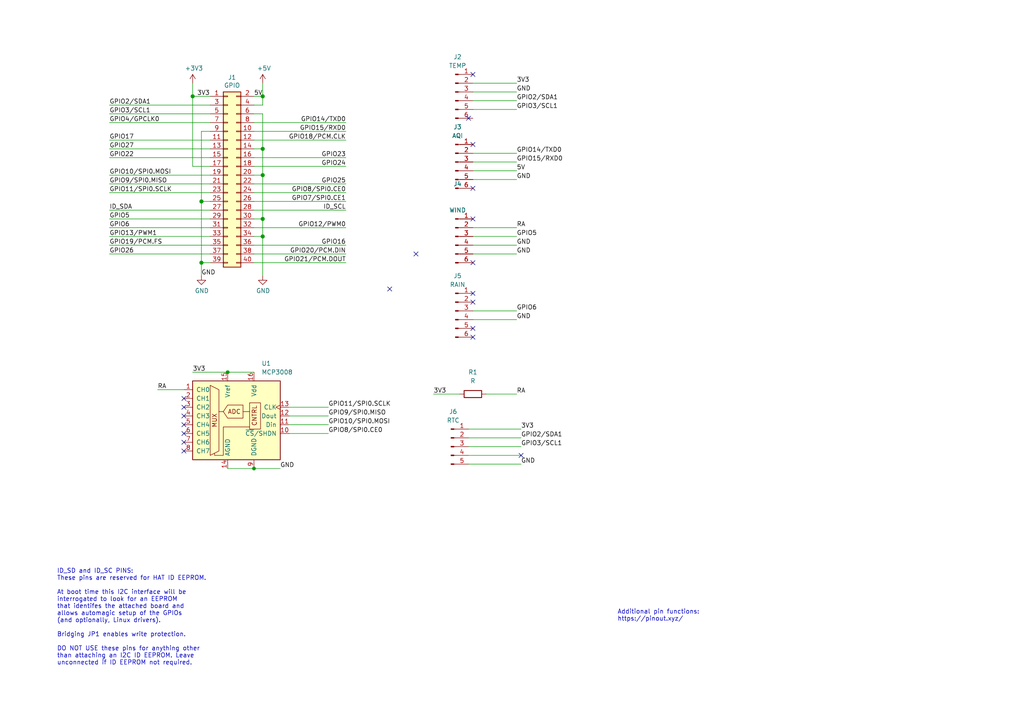
<source format=kicad_sch>
(kicad_sch (version 20230121) (generator eeschema)
  (paper "A4")
  (title_block (date "15 nov 2012"))
  (lib_symbols
    (symbol "Analog_ADC:MCP3008" (pin_names (offset 1.016))
      (property "Reference" "U" (at -5.08 13.335 0))
      (property "Value" "MCP3008" (at -5.08 11.43 0))
      (symbol "MCP3008_0_0"
        (text "ADC" (at -0.635 1.27 0) (effects (font (size 1.27 1.27))))
        (text "CNTRL" (at 5.969 -2.921 900) (effects (font (size 1.27 1.27)) (justify left bottom)))
        (text "MUX" (at -6.35 -1.27 900) (effects (font (size 1.27 1.27))))
      )
      (symbol "MCP3008_0_1"
        (polyline (pts (xy -3.81 1.27) (xy -5.08 1.27)))
        (polyline (pts (xy 1.905 1.27) (xy 3.81 1.27)))
        (polyline (pts (xy -7.62 8.89) (xy -7.62 -11.43) (xy -5.08 -10.16) (xy -5.08 7.62) (xy -7.62 8.89)))
        (polyline (pts (xy 3.81 -3.175) (xy -3.81 -3.175) (xy -3.81 -11.43) (xy -6.35 -11.43) (xy -6.35 -10.795)))
        (polyline (pts (xy 1.905 3.175) (xy 1.905 -0.635) (xy -2.54 -0.635) (xy -3.81 1.27) (xy -2.54 3.175) (xy 1.905 3.175)))
        (rectangle (start 3.81 -3.81) (end 6.985 3.81))
        (rectangle (start 12.7 -12.7) (end -12.7 10.16) (stroke (width 0.254)) (fill (type background)))
      )
      (symbol "MCP3008_1_1"
        (pin input line (at -15.24 7.62 0) (length 2.54) (name "CH0") (number "1"))
        (pin input line (at 15.24 -5.08 180) (length 2.54) (name "~{CS}/SHDN") (number "10"))
        (pin input line (at 15.24 -2.54 180) (length 2.54) (name "Din") (number "11"))
        (pin output line (at 15.24 0 180) (length 2.54) (name "Dout") (number "12"))
        (pin input clock (at 15.24 2.54 180) (length 2.54) (name "CLK") (number "13"))
        (pin power_in line (at -2.54 -15.24 90) (length 2.54) (name "AGND") (number "14"))
        (pin power_in line (at -2.54 12.7 270) (length 2.54) (name "Vref") (number "15"))
        (pin power_in line (at 5.08 12.7 270) (length 2.54) (name "Vdd") (number "16"))
        (pin input line (at -15.24 5.08 0) (length 2.54) (name "CH1") (number "2"))
        (pin input line (at -15.24 2.54 0) (length 2.54) (name "CH2") (number "3"))
        (pin input line (at -15.24 0 0) (length 2.54) (name "CH3") (number "4"))
        (pin input line (at -15.24 -2.54 0) (length 2.54) (name "CH4") (number "5"))
        (pin input line (at -15.24 -5.08 0) (length 2.54) (name "CH5") (number "6"))
        (pin input line (at -15.24 -7.62 0) (length 2.54) (name "CH6") (number "7"))
        (pin input line (at -15.24 -10.16 0) (length 2.54) (name "CH7") (number "8"))
        (pin power_in line (at 5.08 -15.24 90) (length 2.54) (name "DGND") (number "9"))
      )
    )
    (symbol "Connector:Conn_01x05_Pin" (pin_names (offset 1.016) hide)
      (property "Reference" "J" (at 0 7.62 0))
      (property "Value" "Conn_01x05_Pin" (at 0 -7.62 0))
      (symbol "Conn_01x05_Pin_1_1"
        (polyline (pts (xy 1.27 -5.08) (xy 0.8636 -5.08)) (stroke (width 0.1524)))
        (polyline (pts (xy 1.27 -2.54) (xy 0.8636 -2.54)) (stroke (width 0.1524)))
        (polyline (pts (xy 1.27 0) (xy 0.8636 0)) (stroke (width 0.1524)))
        (polyline (pts (xy 1.27 2.54) (xy 0.8636 2.54)) (stroke (width 0.1524)))
        (polyline (pts (xy 1.27 5.08) (xy 0.8636 5.08)) (stroke (width 0.1524)))
        (rectangle (start 0.8636 -4.953) (end 0 -5.207) (stroke (width 0.1524)) (fill (type outline)))
        (rectangle (start 0.8636 -2.413) (end 0 -2.667) (stroke (width 0.1524)) (fill (type outline)))
        (rectangle (start 0.8636 0.127) (end 0 -0.127) (stroke (width 0.1524)) (fill (type outline)))
        (rectangle (start 0.8636 2.667) (end 0 2.413) (stroke (width 0.1524)) (fill (type outline)))
        (rectangle (start 0.8636 5.207) (end 0 4.953) (stroke (width 0.1524)) (fill (type outline)))
        (pin passive line (at 5.08 5.08 180) (length 3.81) (name "Pin_1") (number "1"))
        (pin passive line (at 5.08 2.54 180) (length 3.81) (name "Pin_2") (number "2"))
        (pin passive line (at 5.08 0 180) (length 3.81) (name "Pin_3") (number "3"))
        (pin passive line (at 5.08 -2.54 180) (length 3.81) (name "Pin_4") (number "4"))
        (pin passive line (at 5.08 -5.08 180) (length 3.81) (name "Pin_5") (number "5"))
      )
    )
    (symbol "Connector:Conn_01x06_Pin" (pin_names (offset 1.016) hide)
      (property "Reference" "J" (at 0 7.62 0))
      (property "Value" "Conn_01x06_Pin" (at 0 -10.16 0))
      (symbol "Conn_01x06_Pin_1_1"
        (polyline (pts (xy 1.27 -7.62) (xy 0.8636 -7.62)) (stroke (width 0.1524)))
        (polyline (pts (xy 1.27 -5.08) (xy 0.8636 -5.08)) (stroke (width 0.1524)))
        (polyline (pts (xy 1.27 -2.54) (xy 0.8636 -2.54)) (stroke (width 0.1524)))
        (polyline (pts (xy 1.27 0) (xy 0.8636 0)) (stroke (width 0.1524)))
        (polyline (pts (xy 1.27 2.54) (xy 0.8636 2.54)) (stroke (width 0.1524)))
        (polyline (pts (xy 1.27 5.08) (xy 0.8636 5.08)) (stroke (width 0.1524)))
        (rectangle (start 0.8636 -7.493) (end 0 -7.747) (stroke (width 0.1524)) (fill (type outline)))
        (rectangle (start 0.8636 -4.953) (end 0 -5.207) (stroke (width 0.1524)) (fill (type outline)))
        (rectangle (start 0.8636 -2.413) (end 0 -2.667) (stroke (width 0.1524)) (fill (type outline)))
        (rectangle (start 0.8636 0.127) (end 0 -0.127) (stroke (width 0.1524)) (fill (type outline)))
        (rectangle (start 0.8636 2.667) (end 0 2.413) (stroke (width 0.1524)) (fill (type outline)))
        (rectangle (start 0.8636 5.207) (end 0 4.953) (stroke (width 0.1524)) (fill (type outline)))
        (pin passive line (at 5.08 5.08 180) (length 3.81) (name "Pin_1") (number "1"))
        (pin passive line (at 5.08 2.54 180) (length 3.81) (name "Pin_2") (number "2"))
        (pin passive line (at 5.08 0 180) (length 3.81) (name "Pin_3") (number "3"))
        (pin passive line (at 5.08 -2.54 180) (length 3.81) (name "Pin_4") (number "4"))
        (pin passive line (at 5.08 -5.08 180) (length 3.81) (name "Pin_5") (number "5"))
        (pin passive line (at 5.08 -7.62 180) (length 3.81) (name "Pin_6") (number "6"))
      )
    )
    (symbol "Connector_Generic:Conn_02x20_Odd_Even" (pin_names (offset 1.016) hide)
      (property "Reference" "J" (at 1.27 25.4 0))
      (property "Value" "Conn_02x20_Odd_Even" (at 1.27 -27.94 0))
      (symbol "Conn_02x20_Odd_Even_1_1"
        (rectangle (start -1.27 -25.273) (end 0 -25.527) (stroke (width 0.1524)))
        (rectangle (start -1.27 -22.733) (end 0 -22.987) (stroke (width 0.1524)))
        (rectangle (start -1.27 -20.193) (end 0 -20.447) (stroke (width 0.1524)))
        (rectangle (start -1.27 -17.653) (end 0 -17.907) (stroke (width 0.1524)))
        (rectangle (start -1.27 -15.113) (end 0 -15.367) (stroke (width 0.1524)))
        (rectangle (start -1.27 -12.573) (end 0 -12.827) (stroke (width 0.1524)))
        (rectangle (start -1.27 -10.033) (end 0 -10.287) (stroke (width 0.1524)))
        (rectangle (start -1.27 -7.493) (end 0 -7.747) (stroke (width 0.1524)))
        (rectangle (start -1.27 -4.953) (end 0 -5.207) (stroke (width 0.1524)))
        (rectangle (start -1.27 -2.413) (end 0 -2.667) (stroke (width 0.1524)))
        (rectangle (start -1.27 0.127) (end 0 -0.127) (stroke (width 0.1524)))
        (rectangle (start -1.27 2.667) (end 0 2.413) (stroke (width 0.1524)))
        (rectangle (start -1.27 5.207) (end 0 4.953) (stroke (width 0.1524)))
        (rectangle (start -1.27 7.747) (end 0 7.493) (stroke (width 0.1524)))
        (rectangle (start -1.27 10.287) (end 0 10.033) (stroke (width 0.1524)))
        (rectangle (start -1.27 12.827) (end 0 12.573) (stroke (width 0.1524)))
        (rectangle (start -1.27 15.367) (end 0 15.113) (stroke (width 0.1524)))
        (rectangle (start -1.27 17.907) (end 0 17.653) (stroke (width 0.1524)))
        (rectangle (start -1.27 20.447) (end 0 20.193) (stroke (width 0.1524)))
        (rectangle (start -1.27 22.987) (end 0 22.733) (stroke (width 0.1524)))
        (rectangle (start -1.27 24.13) (end 3.81 -26.67) (stroke (width 0.254)) (fill (type background)))
        (rectangle (start 3.81 -25.273) (end 2.54 -25.527) (stroke (width 0.1524)))
        (rectangle (start 3.81 -22.733) (end 2.54 -22.987) (stroke (width 0.1524)))
        (rectangle (start 3.81 -20.193) (end 2.54 -20.447) (stroke (width 0.1524)))
        (rectangle (start 3.81 -17.653) (end 2.54 -17.907) (stroke (width 0.1524)))
        (rectangle (start 3.81 -15.113) (end 2.54 -15.367) (stroke (width 0.1524)))
        (rectangle (start 3.81 -12.573) (end 2.54 -12.827) (stroke (width 0.1524)))
        (rectangle (start 3.81 -10.033) (end 2.54 -10.287) (stroke (width 0.1524)))
        (rectangle (start 3.81 -7.493) (end 2.54 -7.747) (stroke (width 0.1524)))
        (rectangle (start 3.81 -4.953) (end 2.54 -5.207) (stroke (width 0.1524)))
        (rectangle (start 3.81 -2.413) (end 2.54 -2.667) (stroke (width 0.1524)))
        (rectangle (start 3.81 0.127) (end 2.54 -0.127) (stroke (width 0.1524)))
        (rectangle (start 3.81 2.667) (end 2.54 2.413) (stroke (width 0.1524)))
        (rectangle (start 3.81 5.207) (end 2.54 4.953) (stroke (width 0.1524)))
        (rectangle (start 3.81 7.747) (end 2.54 7.493) (stroke (width 0.1524)))
        (rectangle (start 3.81 10.287) (end 2.54 10.033) (stroke (width 0.1524)))
        (rectangle (start 3.81 12.827) (end 2.54 12.573) (stroke (width 0.1524)))
        (rectangle (start 3.81 15.367) (end 2.54 15.113) (stroke (width 0.1524)))
        (rectangle (start 3.81 17.907) (end 2.54 17.653) (stroke (width 0.1524)))
        (rectangle (start 3.81 20.447) (end 2.54 20.193) (stroke (width 0.1524)))
        (rectangle (start 3.81 22.987) (end 2.54 22.733) (stroke (width 0.1524)))
        (pin passive line (at -5.08 22.86 0) (length 3.81) (name "Pin_1") (number "1"))
        (pin passive line (at 7.62 12.7 180) (length 3.81) (name "Pin_10") (number "10"))
        (pin passive line (at -5.08 10.16 0) (length 3.81) (name "Pin_11") (number "11"))
        (pin passive line (at 7.62 10.16 180) (length 3.81) (name "Pin_12") (number "12"))
        (pin passive line (at -5.08 7.62 0) (length 3.81) (name "Pin_13") (number "13"))
        (pin passive line (at 7.62 7.62 180) (length 3.81) (name "Pin_14") (number "14"))
        (pin passive line (at -5.08 5.08 0) (length 3.81) (name "Pin_15") (number "15"))
        (pin passive line (at 7.62 5.08 180) (length 3.81) (name "Pin_16") (number "16"))
        (pin passive line (at -5.08 2.54 0) (length 3.81) (name "Pin_17") (number "17"))
        (pin passive line (at 7.62 2.54 180) (length 3.81) (name "Pin_18") (number "18"))
        (pin passive line (at -5.08 0 0) (length 3.81) (name "Pin_19") (number "19"))
        (pin passive line (at 7.62 22.86 180) (length 3.81) (name "Pin_2") (number "2"))
        (pin passive line (at 7.62 0 180) (length 3.81) (name "Pin_20") (number "20"))
        (pin passive line (at -5.08 -2.54 0) (length 3.81) (name "Pin_21") (number "21"))
        (pin passive line (at 7.62 -2.54 180) (length 3.81) (name "Pin_22") (number "22"))
        (pin passive line (at -5.08 -5.08 0) (length 3.81) (name "Pin_23") (number "23"))
        (pin passive line (at 7.62 -5.08 180) (length 3.81) (name "Pin_24") (number "24"))
        (pin passive line (at -5.08 -7.62 0) (length 3.81) (name "Pin_25") (number "25"))
        (pin passive line (at 7.62 -7.62 180) (length 3.81) (name "Pin_26") (number "26"))
        (pin passive line (at -5.08 -10.16 0) (length 3.81) (name "Pin_27") (number "27"))
        (pin passive line (at 7.62 -10.16 180) (length 3.81) (name "Pin_28") (number "28"))
        (pin passive line (at -5.08 -12.7 0) (length 3.81) (name "Pin_29") (number "29"))
        (pin passive line (at -5.08 20.32 0) (length 3.81) (name "Pin_3") (number "3"))
        (pin passive line (at 7.62 -12.7 180) (length 3.81) (name "Pin_30") (number "30"))
        (pin passive line (at -5.08 -15.24 0) (length 3.81) (name "Pin_31") (number "31"))
        (pin passive line (at 7.62 -15.24 180) (length 3.81) (name "Pin_32") (number "32"))
        (pin passive line (at -5.08 -17.78 0) (length 3.81) (name "Pin_33") (number "33"))
        (pin passive line (at 7.62 -17.78 180) (length 3.81) (name "Pin_34") (number "34"))
        (pin passive line (at -5.08 -20.32 0) (length 3.81) (name "Pin_35") (number "35"))
        (pin passive line (at 7.62 -20.32 180) (length 3.81) (name "Pin_36") (number "36"))
        (pin passive line (at -5.08 -22.86 0) (length 3.81) (name "Pin_37") (number "37"))
        (pin passive line (at 7.62 -22.86 180) (length 3.81) (name "Pin_38") (number "38"))
        (pin passive line (at -5.08 -25.4 0) (length 3.81) (name "Pin_39") (number "39"))
        (pin passive line (at 7.62 20.32 180) (length 3.81) (name "Pin_4") (number "4"))
        (pin passive line (at 7.62 -25.4 180) (length 3.81) (name "Pin_40") (number "40"))
        (pin passive line (at -5.08 17.78 0) (length 3.81) (name "Pin_5") (number "5"))
        (pin passive line (at 7.62 17.78 180) (length 3.81) (name "Pin_6") (number "6"))
        (pin passive line (at -5.08 15.24 0) (length 3.81) (name "Pin_7") (number "7"))
        (pin passive line (at 7.62 15.24 180) (length 3.81) (name "Pin_8") (number "8"))
        (pin passive line (at -5.08 12.7 0) (length 3.81) (name "Pin_9") (number "9"))
      )
    )
    (symbol "Device:R" (pin_numbers hide) (pin_names (offset 0))
      (property "Reference" "R" (at 2.032 0 90))
      (property "Value" "R" (at 0 0 90))
      (symbol "R_0_1"
        (rectangle (start -1.016 -2.54) (end 1.016 2.54) (stroke (width 0.254)))
      )
      (symbol "R_1_1"
        (pin passive line (at 0 3.81 270) (length 1.27) (name "~") (number "1"))
        (pin passive line (at 0 -3.81 90) (length 1.27) (name "~") (number "2"))
      )
    )
    (symbol "power:+3.3V" (power) (pin_names (offset 0))
      (property "Value" "+3.3V" (at 0 3.556 0))
      (symbol "+3.3V_0_1"
        (polyline (pts (xy -0.762 1.27) (xy 0 2.54)))
        (polyline (pts (xy 0 0) (xy 0 2.54)))
        (polyline (pts (xy 0 2.54) (xy 0.762 1.27)))
      )
      (symbol "+3.3V_1_1"
        (pin power_in line (at 0 0 90) (length 0) hide (name "+3V3") (number "1"))
      )
    )
    (symbol "power:+5V" (power) (pin_names (offset 0))
      (property "Value" "+5V" (at 0 3.556 0))
      (symbol "+5V_0_1"
        (polyline (pts (xy -0.762 1.27) (xy 0 2.54)))
        (polyline (pts (xy 0 0) (xy 0 2.54)))
        (polyline (pts (xy 0 2.54) (xy 0.762 1.27)))
      )
      (symbol "+5V_1_1"
        (pin power_in line (at 0 0 90) (length 0) hide (name "+5V") (number "1"))
      )
    )
    (symbol "power:GND" (power) (pin_names (offset 0))
      (property "Value" "GND" (at 0 -3.81 0))
      (symbol "GND_0_1"
        (polyline (pts (xy 0 0) (xy 0 -1.27) (xy 1.27 -1.27) (xy 0 -2.54) (xy -1.27 -1.27) (xy 0 -1.27)))
      )
      (symbol "GND_1_1"
        (pin power_in line (at 0 0 270) (length 0) hide (name "GND") (number "1"))
      )
    )
  )
  (junction (at 76.2 27.94) (diameter 1.016))
  (junction (at 73.66 135.89))
  (junction (at 76.2 43.18) (diameter 1.016))
  (junction (at 58.42 76.2) (diameter 1.016))
  (junction (at 58.42 58.42) (diameter 1.016))
  (junction (at 66.04 107.95))
  (junction (at 76.2 68.58) (diameter 1.016))
  (junction (at 76.2 63.5) (diameter 1.016))
  (junction (at 76.2 50.8) (diameter 1.016))
  (junction (at 55.88 27.94) (diameter 1.016))
  (no_connect (at 53.34 123.19))
  (no_connect (at 106.68 -10.16))
  (no_connect (at 135.89 34.29))
  (no_connect (at 137.16 87.63))
  (no_connect (at 53.34 130.81))
  (no_connect (at 137.16 63.5))
  (no_connect (at 137.16 95.25))
  (no_connect (at 53.34 118.11))
  (no_connect (at 53.34 125.73))
  (no_connect (at 53.34 120.65))
  (no_connect (at 137.16 54.61))
  (no_connect (at 137.16 97.79))
  (no_connect (at 151.13 132.08))
  (no_connect (at 137.16 41.91))
  (no_connect (at 120.65 73.66))
  (no_connect (at 53.34 115.57))
  (no_connect (at 137.16 21.59))
  (no_connect (at 137.16 76.2))
  (no_connect (at 137.16 85.09))
  (no_connect (at 113.03 83.82))
  (no_connect (at 53.34 128.27))
  (wire (pts (xy 73.66 58.42) (xy 100.33 58.42)))
  (wire (pts (xy 137.16 24.13) (xy 149.86 24.13)))
  (wire (pts (xy 60.96 40.64) (xy 31.75 40.64)))
  (wire (pts (xy 58.42 58.42) (xy 58.42 38.1)))
  (wire (pts (xy 76.2 33.02) (xy 76.2 43.18)))
  (wire (pts (xy 76.2 50.8) (xy 73.66 50.8)))
  (wire (pts (xy 137.16 52.07) (xy 149.86 52.07)))
  (wire (pts (xy 58.42 76.2) (xy 58.42 58.42)))
  (wire (pts (xy 76.2 63.5) (xy 76.2 68.58)))
  (wire (pts (xy 135.89 124.46) (xy 151.13 124.46)))
  (wire (pts (xy 137.16 29.21) (xy 149.86 29.21)))
  (wire (pts (xy 137.16 31.75) (xy 149.86 31.75)))
  (wire (pts (xy 76.2 50.8) (xy 76.2 63.5)))
  (wire (pts (xy 137.16 49.53) (xy 149.86 49.53)))
  (wire (pts (xy 73.66 35.56) (xy 100.33 35.56)))
  (wire (pts (xy 137.16 92.71) (xy 149.86 92.71)))
  (wire (pts (xy 125.73 114.3) (xy 133.35 114.3)))
  (wire (pts (xy 73.66 55.88) (xy 100.33 55.88)))
  (wire (pts (xy 60.96 60.96) (xy 31.75 60.96)))
  (wire (pts (xy 31.75 63.5) (xy 60.96 63.5)))
  (wire (pts (xy 135.89 132.08) (xy 151.13 132.08)))
  (wire (pts (xy 140.97 114.3) (xy 149.86 114.3)))
  (wire (pts (xy 135.89 129.54) (xy 151.13 129.54)))
  (wire (pts (xy 137.16 73.66) (xy 149.86 73.66)))
  (wire (pts (xy 73.66 45.72) (xy 100.33 45.72)))
  (wire (pts (xy 137.16 66.04) (xy 149.86 66.04)))
  (wire (pts (xy 73.66 76.2) (xy 100.33 76.2)))
  (wire (pts (xy 31.75 43.18) (xy 60.96 43.18)))
  (wire (pts (xy 55.88 24.13) (xy 55.88 27.94)))
  (wire (pts (xy 58.42 58.42) (xy 60.96 58.42)))
  (wire (pts (xy 135.89 134.62) (xy 151.13 134.62)))
  (wire (pts (xy 135.89 127) (xy 151.13 127)))
  (wire (pts (xy 55.88 107.95) (xy 66.04 107.95)))
  (wire (pts (xy 83.82 118.11) (xy 95.25 118.11)))
  (wire (pts (xy 76.2 68.58) (xy 73.66 68.58)))
  (wire (pts (xy 31.75 33.02) (xy 60.96 33.02)))
  (wire (pts (xy 31.75 55.88) (xy 60.96 55.88)))
  (wire (pts (xy 55.88 48.26) (xy 60.96 48.26)))
  (wire (pts (xy 83.82 120.65) (xy 95.25 120.65)))
  (wire (pts (xy 60.96 30.48) (xy 31.75 30.48)))
  (wire (pts (xy 76.2 27.94) (xy 76.2 30.48)))
  (wire (pts (xy 76.2 43.18) (xy 76.2 50.8)))
  (wire (pts (xy 73.66 40.64) (xy 100.33 40.64)))
  (wire (pts (xy 76.2 43.18) (xy 73.66 43.18)))
  (wire (pts (xy 76.2 24.13) (xy 76.2 27.94)))
  (wire (pts (xy 83.82 125.73) (xy 95.25 125.73)))
  (wire (pts (xy 31.75 35.56) (xy 60.96 35.56)))
  (wire (pts (xy 137.16 26.67) (xy 149.86 26.67)))
  (wire (pts (xy 137.16 46.99) (xy 149.86 46.99)))
  (wire (pts (xy 76.2 27.94) (xy 73.66 27.94)))
  (wire (pts (xy 55.88 27.94) (xy 55.88 48.26)))
  (wire (pts (xy 73.66 48.26) (xy 100.33 48.26)))
  (wire (pts (xy 73.66 38.1) (xy 100.33 38.1)))
  (wire (pts (xy 31.75 45.72) (xy 60.96 45.72)))
  (wire (pts (xy 31.75 53.34) (xy 60.96 53.34)))
  (wire (pts (xy 83.82 123.19) (xy 95.25 123.19)))
  (wire (pts (xy 31.75 66.04) (xy 60.96 66.04)))
  (wire (pts (xy 76.2 30.48) (xy 73.66 30.48)))
  (wire (pts (xy 31.75 71.12) (xy 60.96 71.12)))
  (wire (pts (xy 73.66 71.12) (xy 100.33 71.12)))
  (wire (pts (xy 73.66 66.04) (xy 100.33 66.04)))
  (wire (pts (xy 58.42 76.2) (xy 60.96 76.2)))
  (wire (pts (xy 73.66 73.66) (xy 100.33 73.66)))
  (wire (pts (xy 76.2 33.02) (xy 73.66 33.02)))
  (wire (pts (xy 31.75 73.66) (xy 60.96 73.66)))
  (wire (pts (xy 66.04 107.95) (xy 73.66 107.95)))
  (wire (pts (xy 58.42 38.1) (xy 60.96 38.1)))
  (wire (pts (xy 76.2 68.58) (xy 76.2 80.01)))
  (wire (pts (xy 73.66 53.34) (xy 100.33 53.34)))
  (wire (pts (xy 60.96 68.58) (xy 31.75 68.58)))
  (wire (pts (xy 45.72 113.03) (xy 53.34 113.03)))
  (wire (pts (xy 137.16 68.58) (xy 149.86 68.58)))
  (wire (pts (xy 76.2 63.5) (xy 73.66 63.5)))
  (wire (pts (xy 137.16 71.12) (xy 149.86 71.12)))
  (wire (pts (xy 73.66 135.89) (xy 81.28 135.89)))
  (wire (pts (xy 55.88 27.94) (xy 60.96 27.94)))
  (wire (pts (xy 66.04 135.89) (xy 73.66 135.89)))
  (wire (pts (xy 137.16 44.45) (xy 149.86 44.45)))
  (wire (pts (xy 58.42 80.01) (xy 58.42 76.2)))
  (wire (pts (xy 60.96 50.8) (xy 31.75 50.8)))
  (wire (pts (xy 73.66 60.96) (xy 100.33 60.96)))
  (wire (pts (xy 137.16 90.17) (xy 149.86 90.17)))
  (text "Additional pin functions:\nhttps://pinout.xyz/" (at 179.07 180.34 0) (effects (font (size 1.27 1.27)) (justify left bottom)))
  (text "ID_SD and ID_SC PINS:\nThese pins are reserved for HAT ID EEPROM.\n\nAt boot time this I2C interface will be\ninterrogated to look for an EEPROM\nthat identifes the attached board and\nallows automagic setup of the GPIOs\n(and optionally, Linux drivers).\n\nBridging JP1 enables write protection.\n\nDO NOT USE these pins for anything other\nthan attaching an I2C ID EEPROM. Leave\nunconnected if ID EEPROM not required." (at 16.51 193.04 0) (effects (font (size 1.27 1.27)) (justify left bottom)))
  (label "GND" (at 149.86 73.66 0))
  (label "ID_SDA" (at 31.75 60.96 0))
  (label "GPIO6" (at 31.75 66.04 0))
  (label "GPIO10{slash}SPI0.MOSI" (at 95.25 123.19 0))
  (label "GPIO3{slash}SCL1" (at 149.86 31.75 0))
  (label "GND" (at 151.13 134.62 0))
  (label "GND" (at 149.86 92.71 0))
  (label "ID_SCL" (at 100.33 60.96 180))
  (label "GPIO5" (at 31.75 63.5 0))
  (label "5V" (at 73.66 27.94 0))
  (label "3V3" (at 151.13 124.46 0))
  (label "GPIO21{slash}PCM.DOUT" (at 100.33 76.2 180))
  (label "GPIO19{slash}PCM.FS" (at 31.75 71.12 0))
  (label "GPIO10{slash}SPI0.MOSI" (at 31.75 50.8 0))
  (label "GPIO9{slash}SPI0.MISO" (at 31.75 53.34 0))
  (label "GPIO2{slash}SDA1" (at 149.86 29.21 0))
  (label "GPIO23" (at 100.33 45.72 180))
  (label "3V3" (at 57.15 27.94 0))
  (label "GPIO4{slash}GPCLK0" (at 31.75 35.56 0))
  (label "GND" (at 149.86 26.67 0))
  (label "GPIO27" (at 31.75 43.18 0))
  (label "5V" (at 149.86 49.53 0))
  (label "GPIO26" (at 31.75 73.66 0))
  (label "GPIO14{slash}TXD0" (at 100.33 35.56 180))
  (label "GPIO8{slash}SPI0.CE0" (at 100.33 55.88 180))
  (label "GPIO15{slash}RXD0" (at 100.33 38.1 180))
  (label "RA" (at 45.72 113.03 0))
  (label "GPIO16" (at 100.33 71.12 180))
  (label "GPIO2{slash}SDA1" (at 151.13 127 0))
  (label "GPIO15{slash}RXD0" (at 149.86 46.99 0))
  (label "GPIO22" (at 31.75 45.72 0))
  (label "GND" (at 58.42 80.01 0))
  (label "RA" (at 149.86 114.3 0))
  (label "GND" (at 81.28 135.89 0))
  (label "GPIO2{slash}SDA1" (at 31.75 30.48 0))
  (label "GPIO17" (at 31.75 40.64 0))
  (label "GPIO25" (at 100.33 53.34 180))
  (label "3V3" (at 55.88 107.95 0))
  (label "3V3" (at 125.73 114.3 0))
  (label "GPIO3{slash}SCL1" (at 31.75 33.02 0))
  (label "GPIO18{slash}PCM.CLK" (at 100.33 40.64 180))
  (label "GPIO3{slash}SCL1" (at 151.13 129.54 0))
  (label "GND" (at 149.86 71.12 0))
  (label "GPIO12{slash}PWM0" (at 100.33 66.04 180))
  (label "GPIO13{slash}PWM1" (at 31.75 68.58 0))
  (label "GPIO20{slash}PCM.DIN" (at 100.33 73.66 180))
  (label "GPIO24" (at 100.33 48.26 180))
  (label "GPIO9{slash}SPI0.MISO" (at 95.25 120.65 0))
  (label "GPIO7{slash}SPI0.CE1" (at 100.33 58.42 180))
  (label "GPIO5" (at 149.86 68.58 0))
  (label "GPIO8{slash}SPI0.CE0" (at 95.25 125.73 0))
  (label "GND" (at 149.86 52.07 0))
  (label "3V3" (at 149.86 24.13 0))
  (label "GPIO6" (at 149.86 90.17 0))
  (label "RA" (at 149.86 66.04 0))
  (label "GPIO14{slash}TXD0" (at 149.86 44.45 0))
  (label "GPIO11{slash}SPI0.SCLK" (at 31.75 55.88 0))
  (label "GPIO11{slash}SPI0.SCLK" (at 95.25 118.11 0))
  (symbol (lib_id "power:+5V") (at 76.2 24.13 0) (unit 1)
    (property "Reference" "#PWR01" (effects hide))
    (property "Value" "+5V" (at 76.5683 19.8056 0))
  )
  (symbol (lib_id "power:+3.3V") (at 55.88 24.13 0) (unit 1)
    (property "Reference" "#PWR04" (effects hide))
    (property "Value" "+3.3V" (at 56.2483 19.8056 0))
  )
  (symbol (lib_id "power:GND") (at 76.2 80.01 0) (unit 1)
    (property "Reference" "#PWR02" (effects hide))
    (property "Value" "GND" (at 76.3143 84.3344 0))
  )
  (symbol (lib_id "power:GND") (at 58.42 80.01 0) (unit 1)
    (property "Reference" "#PWR03" (effects hide))
    (property "Value" "GND" (at 58.5343 84.3344 0))
  )
  (symbol (lib_id "Connector_Generic:Conn_02x20_Odd_Even") (at 66.04 50.8 0) (unit 1)
    (property "Reference" "J1" (at 67.31 22.4598 0))
    (property "Value" "GPIO" (at 67.31 24.765 0))
    (property "Footprint" "Connector_PinSocket_2.54mm:PinSocket_2x20_P2.54mm_Vertical_SMD" (effects hide))
  )
  (symbol (lib_id "Analog_ADC:MCP3008") (at 68.58 120.65 0) (unit 1)
    (property "Reference" "U1" (at 75.8541 105.41 0) (effects (justify left)))
    (property "Value" "MCP3008" (at 75.8541 107.95 0) (effects (justify left)))
    (property "Footprint" "Package_SO:SOIC-16_3.9x9.9mm_P1.27mm" (effects hide))
    (property "Datasheet" "http://ww1.microchip.com/downloads/en/DeviceDoc/21295d.pdf" (effects hide))
  )
  (symbol (lib_id "Connector:Conn_01x06_Pin") (at 132.08 26.67 0) (unit 1)
    (property "Reference" "J2" (at 132.715 16.51 0))
    (property "Value" "TEMP" (at 132.715 19.05 0))
    (property "Footprint" "indian-rj11-pcb-through-hole-2.54:RJ11-6-IND" (effects hide))
  )
  (symbol (lib_id "Connector:Conn_01x06_Pin") (at 132.08 90.17 0) (unit 1)
    (property "Reference" "J5" (at 132.715 80.01 0))
    (property "Value" "RAIN" (at 132.715 82.55 0))
    (property "Footprint" "indian-rj11-pcb-through-hole-2.54:RJ11-6-IND" (effects hide))
  )
  (symbol (lib_id "Connector:Conn_01x06_Pin") (at 132.08 46.99 0) (unit 1)
    (property "Reference" "J3" (at 132.715 36.83 0))
    (property "Value" "AQI" (at 132.715 39.37 0))
    (property "Footprint" "indian-rj11-pcb-through-hole-2.54:RJ11-6-IND" (effects hide))
  )
  (symbol (lib_id "Connector:Conn_01x05_Pin") (at 130.81 129.54 0) (unit 1)
    (property "Reference" "J6" (at 131.445 119.38 0))
    (property "Value" "RTC" (at 131.445 121.92 0))
    (property "Footprint" "Connector_PinSocket_2.54mm:PinSocket_1x05_P2.54mm_Vertical" (effects hide))
  )
  (symbol (lib_id "Connector:Conn_01x06_Pin") (at 132.08 68.58 0) (unit 1)
    (property "Reference" "J4" (at 132.715 53.34 0))
    (property "Value" "WIND" (at 132.715 60.96 0))
    (property "Footprint" "indian-rj11-pcb-through-hole-2.54:RJ11-6-IND" (effects hide))
  )
  (symbol (lib_id "Device:R") (at 137.16 114.3 90) (unit 1)
    (property "Reference" "R1" (at 137.16 107.95 90))
    (property "Value" "R" (at 137.16 110.49 90))
    (property "Footprint" "Resistor_SMD:R_0805_2012Metric" (effects hide))
  )
)
</source>
